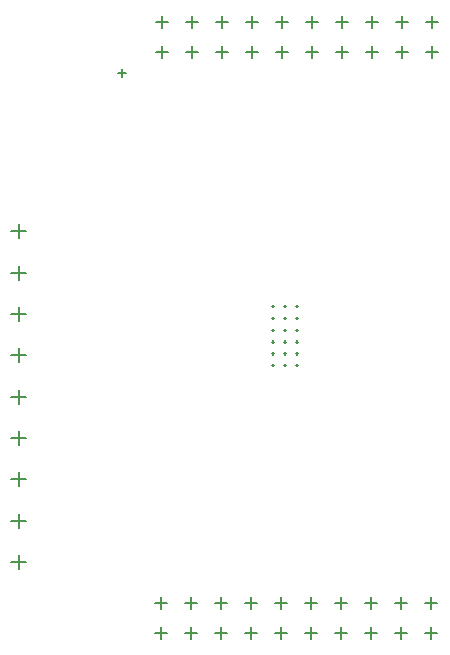
<source format=gbr>
%TF.GenerationSoftware,Altium Limited,Altium Designer,22.9.1 (49)*%
G04 Layer_Color=128*
%FSLAX25Y25*%
%MOIN*%
%TF.SameCoordinates,3D4AB22D-4464-4A1E-8ED4-CD8DD9DE0D00*%
%TF.FilePolarity,Positive*%
%TF.FileFunction,Drillmap*%
%TF.Part,Single*%
G01*
G75*
%TA.AperFunction,NonConductor*%
%ADD56C,0.00500*%
D56*
X203992Y60500D02*
X208008D01*
X206000Y58492D02*
Y62508D01*
X193992Y60500D02*
X198008D01*
X196000Y58492D02*
Y62508D01*
X183992Y60500D02*
X188008D01*
X186000Y58492D02*
Y62508D01*
X173992Y60500D02*
X178008D01*
X176000Y58492D02*
Y62508D01*
X163992Y60500D02*
X168008D01*
X166000Y58492D02*
Y62508D01*
X153992Y60500D02*
X158008D01*
X156000Y58492D02*
Y62508D01*
X143992Y60500D02*
X148008D01*
X146000Y58492D02*
Y62508D01*
X133992Y60500D02*
X138008D01*
X136000Y58492D02*
Y62508D01*
X123992Y60500D02*
X128008D01*
X126000Y58492D02*
Y62508D01*
X113992Y60500D02*
X118008D01*
X116000Y58492D02*
Y62508D01*
X203992Y70500D02*
X208008D01*
X206000Y68492D02*
Y72508D01*
X193992Y70500D02*
X198008D01*
X196000Y68492D02*
Y72508D01*
X183992Y70500D02*
X188008D01*
X186000Y68492D02*
Y72508D01*
X173992Y70500D02*
X178008D01*
X176000Y68492D02*
Y72508D01*
X163992Y70500D02*
X168008D01*
X166000Y68492D02*
Y72508D01*
X153992Y70500D02*
X158008D01*
X156000Y68492D02*
Y72508D01*
X143992Y70500D02*
X148008D01*
X146000Y68492D02*
Y72508D01*
X133992Y70500D02*
X138008D01*
X136000Y68492D02*
Y72508D01*
X123992Y70500D02*
X128008D01*
X126000Y68492D02*
Y72508D01*
X113992Y70500D02*
X118008D01*
X116000Y68492D02*
Y72508D01*
X204409Y254000D02*
X208425D01*
X206417Y251992D02*
Y256008D01*
X194409Y254000D02*
X198425D01*
X196417Y251992D02*
Y256008D01*
X184409Y254000D02*
X188425D01*
X186417Y251992D02*
Y256008D01*
X174409Y254000D02*
X178425D01*
X176417Y251992D02*
Y256008D01*
X164409Y254000D02*
X168425D01*
X166417Y251992D02*
Y256008D01*
X154409Y254000D02*
X158425D01*
X156417Y251992D02*
Y256008D01*
X144409Y254000D02*
X148425D01*
X146417Y251992D02*
Y256008D01*
X134409Y254000D02*
X138425D01*
X136417Y251992D02*
Y256008D01*
X124409Y254000D02*
X128425D01*
X126417Y251992D02*
Y256008D01*
X114409Y254000D02*
X118425D01*
X116417Y251992D02*
Y256008D01*
X204409Y264000D02*
X208425D01*
X206417Y261992D02*
Y266008D01*
X194409Y264000D02*
X198425D01*
X196417Y261992D02*
Y266008D01*
X184409Y264000D02*
X188425D01*
X186417Y261992D02*
Y266008D01*
X174409Y264000D02*
X178425D01*
X176417Y261992D02*
Y266008D01*
X164409Y264000D02*
X168425D01*
X166417Y261992D02*
Y266008D01*
X154409Y264000D02*
X158425D01*
X156417Y261992D02*
Y266008D01*
X144409Y264000D02*
X148425D01*
X146417Y261992D02*
Y266008D01*
X134409Y264000D02*
X138425D01*
X136417Y261992D02*
Y266008D01*
X124409Y264000D02*
X128425D01*
X126417Y261992D02*
Y266008D01*
X114409Y264000D02*
X118425D01*
X116417Y261992D02*
Y266008D01*
X66138Y125382D02*
X70862D01*
X68500Y123020D02*
Y127744D01*
X66138Y139161D02*
X70862D01*
X68500Y136799D02*
Y141524D01*
X66138Y152941D02*
X70862D01*
X68500Y150579D02*
Y155303D01*
X66138Y166720D02*
X70862D01*
X68500Y164358D02*
Y169083D01*
X66138Y180500D02*
X70862D01*
X68500Y178138D02*
Y182862D01*
X66138Y194280D02*
X70862D01*
X68500Y191917D02*
Y196642D01*
X66138Y84043D02*
X70862D01*
X68500Y81681D02*
Y86405D01*
X66138Y97823D02*
X70862D01*
X68500Y95461D02*
Y100185D01*
X66138Y111602D02*
X70862D01*
X68500Y109240D02*
Y113965D01*
X156902Y161469D02*
X157689D01*
X157295Y161075D02*
Y161862D01*
X160839Y161469D02*
X161626D01*
X161232Y161075D02*
Y161862D01*
X156902Y157531D02*
X157689D01*
X157295Y157138D02*
Y157925D01*
X160839Y157531D02*
X161626D01*
X161232Y157138D02*
Y157925D01*
X156902Y153595D02*
X157689D01*
X157295Y153201D02*
Y153988D01*
X160839Y153595D02*
X161626D01*
X161232Y153201D02*
Y153988D01*
X160839Y165405D02*
X161626D01*
X161232Y165012D02*
Y165799D01*
X156902Y165405D02*
X157689D01*
X157295Y165012D02*
Y165799D01*
X160839Y149657D02*
X161626D01*
X161232Y149264D02*
Y150051D01*
X156902Y149657D02*
X157689D01*
X157295Y149264D02*
Y150051D01*
X152965Y149657D02*
X153752D01*
X153358Y149264D02*
Y150051D01*
X152965Y165405D02*
X153752D01*
X153358Y165012D02*
Y165799D01*
X152965Y153595D02*
X153752D01*
X153358Y153201D02*
Y153988D01*
X152965Y157531D02*
X153752D01*
X153358Y157138D02*
Y157925D01*
X152965Y161469D02*
X153752D01*
X153358Y161075D02*
Y161862D01*
X152965Y169343D02*
X153752D01*
X153358Y168949D02*
Y169736D01*
X156902Y169343D02*
X157689D01*
X157295Y168949D02*
Y169736D01*
X160839Y169343D02*
X161626D01*
X161232Y168949D02*
Y169736D01*
X101600Y247000D02*
X104400D01*
X103000Y245600D02*
Y248400D01*
%TF.MD5,323751105bc90cb0b59e7f83cc582786*%
M02*

</source>
